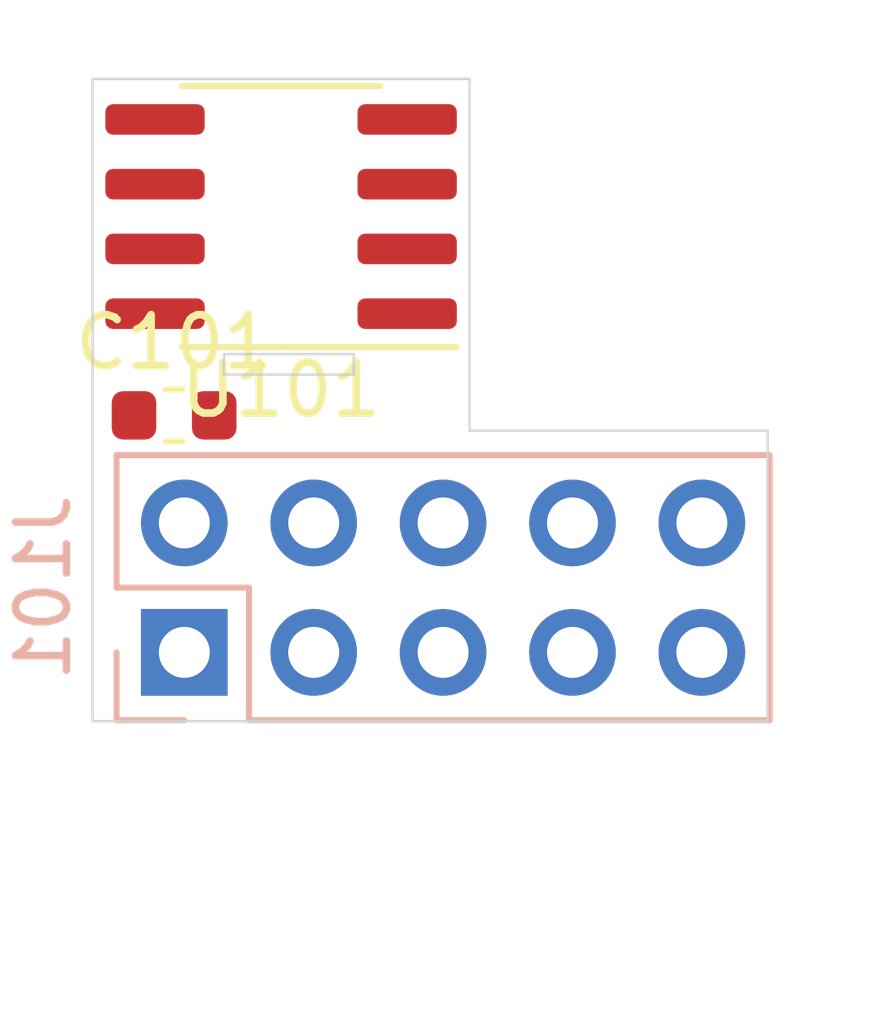
<source format=kicad_pcb>
(kicad_pcb (version 20201002) (generator pcbnew)

  (general
    (thickness 1.6)
  )

  (paper "A4")
  (layers
    (0 "F.Cu" signal)
    (31 "B.Cu" signal)
    (32 "B.Adhes" user "B.Adhesive")
    (33 "F.Adhes" user "F.Adhesive")
    (34 "B.Paste" user)
    (35 "F.Paste" user)
    (36 "B.SilkS" user "B.Silkscreen")
    (37 "F.SilkS" user "F.Silkscreen")
    (38 "B.Mask" user)
    (39 "F.Mask" user)
    (40 "Dwgs.User" user "User.Drawings")
    (41 "Cmts.User" user "User.Comments")
    (42 "Eco1.User" user "User.Eco1")
    (43 "Eco2.User" user "User.Eco2")
    (44 "Edge.Cuts" user)
    (45 "Margin" user)
    (46 "B.CrtYd" user "B.Courtyard")
    (47 "F.CrtYd" user "F.Courtyard")
    (48 "B.Fab" user)
    (49 "F.Fab" user)
    (50 "User.1" user)
    (51 "User.2" user)
    (52 "User.3" user)
    (53 "User.4" user)
    (54 "User.5" user)
    (55 "User.6" user)
    (56 "User.7" user)
    (57 "User.8" user)
    (58 "User.9" user)
  )

  (setup
    (pcbplotparams
      (layerselection 0x00010fc_ffffffff)
      (disableapertmacros false)
      (usegerberextensions false)
      (usegerberattributes true)
      (usegerberadvancedattributes true)
      (creategerberjobfile true)
      (svguseinch false)
      (svgprecision 6)
      (excludeedgelayer true)
      (plotframeref false)
      (viasonmask false)
      (mode 1)
      (useauxorigin false)
      (hpglpennumber 1)
      (hpglpenspeed 20)
      (hpglpendiameter 15.000000)
      (psnegative false)
      (psa4output false)
      (plotreference true)
      (plotvalue true)
      (plotinvisibletext false)
      (sketchpadsonfab false)
      (subtractmaskfromsilk false)
      (outputformat 1)
      (mirror false)
      (drillshape 1)
      (scaleselection 1)
      (outputdirectory "")
    )
  )


  (net 0 "")
  (net 1 "Net-(J101-Pad10)")
  (net 2 "Net-(J101-Pad9)")
  (net 3 "Net-(J101-Pad8)")
  (net 4 "Net-(J101-Pad7)")
  (net 5 "Net-(J101-Pad3)")
  (net 6 "Net-(J101-Pad2)")
  (net 7 "GND")
  (net 8 "+3V3")
  (net 9 "/SCL")
  (net 10 "/SDA")
  (net 11 "Net-(U101-Pad3)")

  (module "Capacitor_SMD:C_0603_1608Metric" (layer "F.Cu") (tedit 5B301BBE) (tstamp bf9a72c3-09fa-4eee-b9ed-80e3d716bed9)
    (at 135 105.6)
    (descr "Capacitor SMD 0603 (1608 Metric), square (rectangular) end terminal, IPC_7351 nominal, (Body size source: http://www.tortai-tech.com/upload/download/2011102023233369053.pdf), generated with kicad-footprint-generator")
    (tags "capacitor")
    (property "Sheet file" "/home/hunz/projects/gits/co2mon/hardware/rhtemp_addon/rhtemp_addon.kicad_sch")
    (property "Sheet name" "")
    (path "/534849d6-6854-4155-99e1-897205901a76")
    (attr smd)
    (fp_text reference "C101" (at 0 -1.43) (layer "F.SilkS")
      (effects (font (size 1 1) (thickness 0.15)))
      (tstamp 2286ce5b-2bba-4ea4-8cde-1a028131fd84)
    )
    (fp_text value "0.1u" (at 0 1.43) (layer "F.Fab")
      (effects (font (size 1 1) (thickness 0.15)))
      (tstamp 22f8a889-a428-4783-9718-3d6e3f333609)
    )
    (fp_text user "${REFERENCE}" (at 0 0) (layer "F.Fab")
      (effects (font (size 0.4 0.4) (thickness 0.06)))
      (tstamp 6783f173-902a-4e75-ae7f-430c055b3ca1)
    )
    (fp_line (start -0.162779 0.51) (end 0.162779 0.51) (layer "F.SilkS") (width 0.12) (tstamp 40afd194-901e-45b8-ab18-94251b46ba32))
    (fp_line (start -0.162779 -0.51) (end 0.162779 -0.51) (layer "F.SilkS") (width 0.12) (tstamp ebc2ed8b-34f9-409e-81bd-eeacba3cb9c0))
    (fp_line (start -1.48 0.73) (end -1.48 -0.73) (layer "F.CrtYd") (width 0.05) (tstamp 2b62dac2-e316-4e95-ba2e-7fb0d63afadb))
    (fp_line (start 1.48 0.73) (end -1.48 0.73) (layer "F.CrtYd") (width 0.05) (tstamp 4e048980-c53f-4205-94f5-05c1c155b2b7))
    (fp_line (start -1.48 -0.73) (end 1.48 -0.73) (layer "F.CrtYd") (width 0.05) (tstamp 8239bcef-1b95-4ee3-a4b3-f698996f1d81))
    (fp_line (start 1.48 -0.73) (end 1.48 0.73) (layer "F.CrtYd") (width 0.05) (tstamp ca93450f-c301-49df-8fc8-1bd2010de668))
    (fp_line (start -0.8 0.4) (end -0.8 -0.4) (layer "F.Fab") (width 0.1) (tstamp 7f78bf06-1170-468f-8ceb-10b22d15f01a))
    (fp_line (start 0.8 0.4) (end -0.8 0.4) (layer "F.Fab") (width 0.1) (tstamp ad4a3fd1-8811-434d-860b-d0d5cb80462c))
    (fp_line (start -0.8 -0.4) (end 0.8 -0.4) (layer "F.Fab") (width 0.1) (tstamp e4a06c40-e1be-490e-9bc3-bf6da8b3571b))
    (fp_line (start 0.8 -0.4) (end 0.8 0.4) (layer "F.Fab") (width 0.1) (tstamp f125d7ef-a09b-4297-a8e6-0893b06eccae))
    (pad "1" smd roundrect (at -0.7875 0) (size 0.875 0.95) (layers "F.Cu" "F.Paste" "F.Mask") (roundrect_rratio 0.25)
      (net 8 "+3V3") (tstamp 95e00f13-b62d-4e32-b00d-17033f176f1d))
    (pad "2" smd roundrect (at 0.7875 0) (size 0.875 0.95) (layers "F.Cu" "F.Paste" "F.Mask") (roundrect_rratio 0.25)
      (net 7 "GND") (tstamp 44cb305a-9662-48bd-8144-42304e57f551))
    (model "${KISYS3DMOD}/Capacitor_SMD.3dshapes/C_0603_1608Metric.wrl"
      (offset (xyz 0 0 0))
      (scale (xyz 1 1 1))
      (rotate (xyz 0 0 0))
    )
  )

  (module "Package_SO:SOIC-8_3.9x4.9mm_P1.27mm" (layer "F.Cu") (tedit 5D9F72B1) (tstamp d8d4f643-5932-4803-afe1-80eafbfc5d0e)
    (at 137.1 101.7 180)
    (descr "SOIC, 8 Pin (JEDEC MS-012AA, https://www.analog.com/media/en/package-pcb-resources/package/pkg_pdf/soic_narrow-r/r_8.pdf), generated with kicad-footprint-generator ipc_gullwing_generator.py")
    (tags "SOIC SO")
    (property "Sheet file" "/home/hunz/projects/gits/co2mon/hardware/rhtemp_addon/rhtemp_addon.kicad_sch")
    (property "Sheet name" "")
    (path "/96ad36fc-f25f-4206-9826-b40a9d16f014")
    (attr smd)
    (fp_text reference "U101" (at 0 -3.4) (layer "F.SilkS")
      (effects (font (size 1 1) (thickness 0.15)))
      (tstamp 1f9924f4-c429-4861-9f87-b88e7b950ce9)
    )
    (fp_text value "LM75B" (at 0 3.4) (layer "F.Fab")
      (effects (font (size 1 1) (thickness 0.15)))
      (tstamp 220c2c20-9beb-4aac-8306-fa0e73fcc552)
    )
    (fp_text user "${REFERENCE}" (at 0 0) (layer "F.Fab")
      (effects (font (size 0.98 0.98) (thickness 0.15)))
      (tstamp ff39d278-14c4-4af2-ba27-6a59a6b939b7)
    )
    (fp_line (start 0 2.56) (end -1.95 2.56) (layer "F.SilkS") (width 0.12) (tstamp 120dbe3c-48e5-4d85-900c-ffd9532ece6f))
    (fp_line (start 0 -2.56) (end 1.95 -2.56) (layer "F.SilkS") (width 0.12) (tstamp 5d8a2eb1-d7e7-4251-8d3e-8560c782b718))
    (fp_line (start 0 -2.56) (end -3.45 -2.56) (layer "F.SilkS") (width 0.12) (tstamp 82fe096a-dddd-413f-a9dc-af5d764645fa))
    (fp_line (start 0 2.56) (end 1.95 2.56) (layer "F.SilkS") (width 0.12) (tstamp b30276c2-3d77-4ab5-8963-ea36b6f13f02))
    (fp_line (start -3.7 -2.7) (end -3.7 2.7) (layer "F.CrtYd") (width 0.05) (tstamp 40e49abf-e985-4fad-9bf3-a8457b31b84a))
    (fp_line (start -3.7 2.7) (end 3.7 2.7) (layer "F.CrtYd") (width 0.05) (tstamp 6535fc37-2e51-4976-b03f-513760ec6d1b))
    (fp_line (start 3.7 -2.7) (end -3.7 -2.7) (layer "F.CrtYd") (width 0.05) (tstamp 8df6d648-cb0d-44d9-a283-afb22c736e33))
    (fp_line (start 3.7 2.7) (end 3.7 -2.7) (layer "F.CrtYd") (width 0.05) (tstamp b1b802c3-8a44-418b-a08e-55c602790f3e))
    (fp_line (start -1.95 2.45) (end -1.95 -1.475) (layer "F.Fab") (width 0.1) (tstamp 3d080654-e77e-4917-a9e7-d0c0ae5b124e))
    (fp_line (start 1.95 2.45) (end -1.95 2.45) (layer "F.Fab") (width 0.1) (tstamp b032478a-983f-4818-a2a0-7155d52e46b1))
    (fp_line (start 1.95 -2.45) (end 1.95 2.45) (layer "F.Fab") (width 0.1) (tstamp c4717305-3689-4d86-a06e-e0c24bc6c87d))
    (fp_line (start -1.95 -1.475) (end -0.975 -2.45) (layer "F.Fab") (width 0.1) (tstamp dc8e160d-ae18-4435-96ff-8834c0672740))
    (fp_line (start -0.975 -2.45) (end 1.95 -2.45) (layer "F.Fab") (width 0.1) (tstamp f69fc3fb-dbe8-4874-8978-9d0a8548c4dc))
    (pad "1" smd roundrect (at -2.475 -1.905 180) (size 1.95 0.6) (layers "F.Cu" "F.Paste" "F.Mask") (roundrect_rratio 0.25)
      (net 10 "/SDA") (pinfunction "SDA") (tstamp ef062e3e-57ff-4c4d-96db-6f5c6bd4f71c))
    (pad "2" smd roundrect (at -2.475 -0.635 180) (size 1.95 0.6) (layers "F.Cu" "F.Paste" "F.Mask") (roundrect_rratio 0.25)
      (net 9 "/SCL") (pinfunction "SCL") (tstamp 02506593-fb72-42c0-b8d8-d673c7e64343))
    (pad "3" smd roundrect (at -2.475 0.635 180) (size 1.95 0.6) (layers "F.Cu" "F.Paste" "F.Mask") (roundrect_rratio 0.25)
      (net 11 "Net-(U101-Pad3)") (pinfunction "O.S.") (tstamp 95d2ff00-d26c-4ca3-8fa4-419f0c3d222d))
    (pad "4" smd roundrect (at -2.475 1.905 180) (size 1.95 0.6) (layers "F.Cu" "F.Paste" "F.Mask") (roundrect_rratio 0.25)
      (net 7 "GND") (pinfunction "GND") (tstamp 62875b4f-adf4-45c9-a5fd-1a24cc7ad001))
    (pad "5" smd roundrect (at 2.475 1.905 180) (size 1.95 0.6) (layers "F.Cu" "F.Paste" "F.Mask") (roundrect_rratio 0.25)
      (net 7 "GND") (pinfunction "A2") (tstamp 1f5bad0d-40d2-49f3-9b90-f21cb9cdfeed))
    (pad "6" smd roundrect (at 2.475 0.635 180) (size 1.95 0.6) (layers "F.Cu" "F.Paste" "F.Mask") (roundrect_rratio 0.25)
      (net 7 "GND") (pinfunction "A1") (tstamp 4aa75e08-8c9a-4bd0-91a5-547fecbde7c2))
    (pad "7" smd roundrect (at 2.475 -0.635 180) (size 1.95 0.6) (layers "F.Cu" "F.Paste" "F.Mask") (roundrect_rratio 0.25)
      (net 7 "GND") (pinfunction "A0") (tstamp 416631e6-23bc-4b5b-a152-691367e69f64))
    (pad "8" smd roundrect (at 2.475 -1.905 180) (size 1.95 0.6) (layers "F.Cu" "F.Paste" "F.Mask") (roundrect_rratio 0.25)
      (net 8 "+3V3") (pinfunction "+Vs") (tstamp d68f3bd2-02bb-44d2-9deb-ecd48e90edc8))
    (model "${KISYS3DMOD}/Package_SO.3dshapes/SOIC-8_3.9x4.9mm_P1.27mm.wrl"
      (offset (xyz 0 0 0))
      (scale (xyz 1 1 1))
      (rotate (xyz 0 0 0))
    )
  )

  (module "Connector_PinSocket_2.54mm:PinSocket_2x05_P2.54mm_Vertical" (layer "B.Cu") (tedit 5A19A42B) (tstamp deefbdd2-a692-4505-8862-078e81b3604b)
    (at 135.2 110.25 -90)
    (descr "Through hole straight socket strip, 2x05, 2.54mm pitch, double cols (from Kicad 4.0.7), script generated")
    (tags "Through hole socket strip THT 2x05 2.54mm double row")
    (property "Sheet file" "/home/hunz/projects/gits/co2mon/hardware/rhtemp_addon/rhtemp_addon.kicad_sch")
    (property "Sheet name" "")
    (path "/497bc100-95d7-4e2a-8228-6a043205b977")
    (attr through_hole)
    (fp_text reference "J101" (at -1.27 2.77 -90) (layer "B.SilkS")
      (effects (font (size 1 1) (thickness 0.15)) (justify mirror))
      (tstamp 77ad5076-4366-46f6-ad3a-00c7e74d2a33)
    )
    (fp_text value "Conn_02x05_Odd_Even" (at -1.27 -12.93 -90) (layer "B.Fab")
      (effects (font (size 1 1) (thickness 0.15)) (justify mirror))
      (tstamp 9202741b-2641-45fe-b500-5d70913046bc)
    )
    (fp_text user "${REFERENCE}" (at -1.27 -5.08) (layer "B.Fab")
      (effects (font (size 1 1) (thickness 0.15)) (justify mirror))
      (tstamp 94c72e0f-aef6-4778-a7be-c44e3514627b)
    )
    (fp_line (start -1.27 -1.27) (end 1.33 -1.27) (layer "B.SilkS") (width 0.12) (tstamp 0bd9d198-4df1-4542-be47-00efe404329e))
    (fp_line (start 1.33 1.33) (end 1.33 0) (layer "B.SilkS") (width 0.12) (tstamp 11af48f5-73fd-4bf2-b01d-3d7742efc921))
    (fp_line (start -3.87 1.33) (end -1.27 1.33) (layer "B.SilkS") (width 0.12) (tstamp 5dd68cda-76a5-4d87-80cb-42d63a2be77b))
    (fp_line (start -1.27 1.33) (end -1.27 -1.27) (layer "B.SilkS") (width 0.12) (tstamp 5e0d9a76-b650-487f-bb74-0d83f624eab9))
    (fp_line (start 0 1.33) (end 1.33 1.33) (layer "B.SilkS") (width 0.12) (tstamp 90406a6d-1b6e-47c2-9d5a-a59faa8c87c5))
    (fp_line (start 1.33 -1.27) (end 1.33 -11.49) (layer "B.SilkS") (width 0.12) (tstamp a65c7172-361e-4fd4-b31b-8f0f34b1dbac))
    (fp_line (start -3.87 -11.49) (end 1.33 -11.49) (layer "B.SilkS") (width 0.12) (tstamp d2ef3f6c-34ac-4f0c-81aa-f1a208fdd851))
    (fp_line (start -3.87 1.33) (end -3.87 -11.49) (layer "B.SilkS") (width 0.12) (tstamp e4ceedab-9839-4a67-836e-25a636e51aad))
    (fp_line (start 1.76 1.8) (end 1.76 -11.9) (layer "B.CrtYd") (width 0.05) (tstamp 1f610ed9-b722-468e-9d15-953d17de1b52))
    (fp_line (start 1.76 -11.9) (end -4.34 -11.9) (layer "B.CrtYd") (width 0.05) (tstamp 601c350a-4f14-4f81-8044-458fa3c18f8c))
    (fp_line (start -4.34 -11.9) (end -4.34 1.8) (layer "B.CrtYd") (width 0.05) (tstamp b09eee0c-85e0-4302-90c8-a954bf04f719))
    (fp_line (start -4.34 1.8) (end 1.76 1.8) (layer "B.CrtYd") (width 0.05) (tstamp f6856d14-a37c-405e-9795-cb908952e6c8))
    (fp_line (start 1.27 -11.43) (end -3.81 -11.43) (layer "B.Fab") (width 0.1) (tstamp 00475dd2-9013-456f-a306-56a309b70158))
    (fp_line (start 1.27 0.27) (end 1.27 -11.43) (layer "B.Fab") (width 0.1) (tstamp 1d0998e5-703d-4790-bdf1-5fb9c1b76768))
    (fp_line (start -3.81 1.27) (end 0.27 1.27) (layer "B.Fab") (width 0.1) (tstamp 1de4a830-6c1b-4c08-b1bd-a59c0fd4ae4a))
    (fp_line (start -3.81 -11.43) (end -3.81 1.27) (layer "B.Fab") (width 0.1) (tstamp 8fb408e2-949b-4cb4-a264-23f97ee71429))
    (fp_line (start 0.27 1.27) (end 1.27 0.27) (layer "B.Fab") (width 0.1) (tstamp f4810deb-ab1d-4dfc-a520-30237d4e6567))
    (pad "1" thru_hole rect (at 0 0 270) (size 1.7 1.7) (drill 1) (layers *.Cu *.Mask)
      (net 8 "+3V3") (pinfunction "Pin_1") (tstamp 139cf358-5b49-4474-80ca-8b8bb34cbb45))
    (pad "2" thru_hole oval (at -2.54 0 270) (size 1.7 1.7) (drill 1) (layers *.Cu *.Mask)
      (net 6 "Net-(J101-Pad2)") (pinfunction "Pin_2") (tstamp 5fdc4ec5-5693-4b51-a32b-c3d02a9e4259))
    (pad "3" thru_hole oval (at 0 -2.54 270) (size 1.7 1.7) (drill 1) (layers *.Cu *.Mask)
      (net 5 "Net-(J101-Pad3)") (pinfunction "Pin_3") (tstamp 68f5dcb5-8e44-48c7-bbdb-bcfb394d35f2))
    (pad "4" thru_hole oval (at -2.54 -2.54 270) (size 1.7 1.7) (drill 1) (layers *.Cu *.Mask)
      (net 7 "GND") (pinfunction "Pin_4") (tstamp e062a9d5-4357-42fc-a7f1-50fbfcebca39))
    (pad "5" thru_hole oval (at 0 -5.08 270) (size 1.7 1.7) (drill 1) (layers *.Cu *.Mask)
      (net 10 "/SDA") (pinfunction "Pin_5") (tstamp caf724cc-57e0-4e60-9b61-82a61aeff218))
    (pad "6" thru_hole oval (at -2.54 -5.08 270) (size 1.7 1.7) (drill 1) (layers *.Cu *.Mask)
      (net 9 "/SCL") (pinfunction "Pin_6") (tstamp 175f0a3a-b65d-4160-9493-74bf83c0d001))
    (pad "7" thru_hole oval (at 0 -7.62 270) (size 1.7 1.7) (drill 1) (layers *.Cu *.Mask)
      (net 4 "Net-(J101-Pad7)") (pinfunction "Pin_7") (tstamp 84fa6204-d752-4690-8d29-90e56a92603f))
    (pad "8" thru_hole oval (at -2.54 -7.62 270) (size 1.7 1.7) (drill 1) (layers *.Cu *.Mask)
      (net 3 "Net-(J101-Pad8)") (pinfunction "Pin_8") (tstamp b489726b-8bf5-49d0-9661-855f4f1f0792))
    (pad "9" thru_hole oval (at 0 -10.16 270) (size 1.7 1.7) (drill 1) (layers *.Cu *.Mask)
      (net 2 "Net-(J101-Pad9)") (pinfunction "Pin_9") (tstamp d7304291-84c2-45db-a13d-7c911d4b530c))
    (pad "10" thru_hole oval (at -2.54 -10.16 270) (size 1.7 1.7) (drill 1) (layers *.Cu *.Mask)
      (net 1 "Net-(J101-Pad10)") (pinfunction "Pin_10") (tstamp 91ff51ff-1c63-4425-9404-fab3a4ef0ec1))
    (model "${KISYS3DMOD}/Connector_PinSocket_2.54mm.3dshapes/PinSocket_2x05_P2.54mm_Vertical.wrl"
      (offset (xyz 0 0 0))
      (scale (xyz 1 1 1))
      (rotate (xyz 0 0 0))
    )
  )

  (gr_line (start 133.4 99) (end 140.8 99) (layer "Edge.Cuts") (width 0.05) (tstamp 1bbfc2dc-637c-4397-9ce0-b2f73cfb104a))
  (gr_line (start 140.8 99) (end 140.8 105.9) (layer "Edge.Cuts") (width 0.05) (tstamp 26d245cc-b912-4d9b-a679-a161c66b8b9c))
  (gr_rect (start 135.975 104.4) (end 138.525 104.8) (layer "Edge.Cuts") (width 0.05) (tstamp 47313fff-a6f0-4252-b442-3a025e33ef84))
  (gr_line (start 140.8 105.9) (end 146.65 105.9) (layer "Edge.Cuts") (width 0.05) (tstamp 4765e5ba-96b8-4677-9438-303f184d9431))
  (gr_line (start 133.4 111.6) (end 133.4 99) (layer "Edge.Cuts") (width 0.05) (tstamp a2e5ce4e-d132-49d2-a397-2d696358877d))
  (gr_line (start 146.65 105.9) (end 146.65 111.6) (layer "Edge.Cuts") (width 0.05) (tstamp a51de277-c3e3-4906-b446-1e8081483f9c))
  (gr_line (start 146.65 111.6) (end 133.4 111.6) (layer "Edge.Cuts") (width 0.05) (tstamp cc1acfe0-f5a6-42a0-801e-5f9ae7fe753f))

)

</source>
